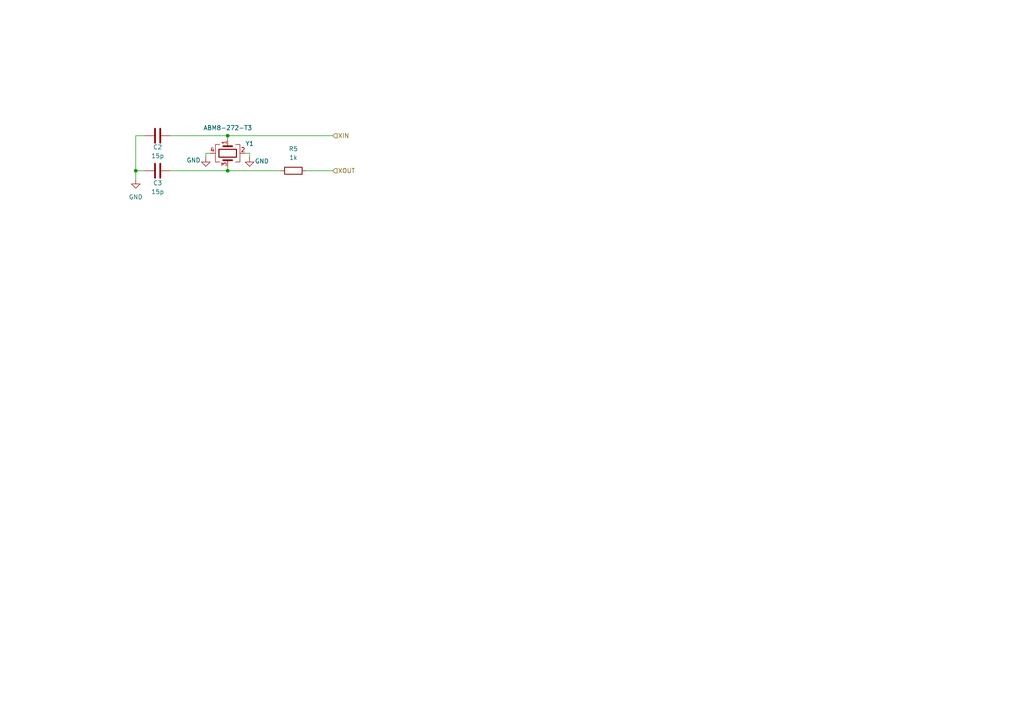
<source format=kicad_sch>
(kicad_sch
	(version 20250114)
	(generator "eeschema")
	(generator_version "9.0")
	(uuid "66dfc628-5eb6-4d74-be62-d873febf493b")
	(paper "A4")
	(lib_symbols
		(symbol "Device:C"
			(pin_numbers
				(hide yes)
			)
			(pin_names
				(offset 0.254)
			)
			(exclude_from_sim no)
			(in_bom yes)
			(on_board yes)
			(property "Reference" "C"
				(at 0.635 2.54 0)
				(effects
					(font
						(size 1.27 1.27)
					)
					(justify left)
				)
			)
			(property "Value" "C"
				(at 0.635 -2.54 0)
				(effects
					(font
						(size 1.27 1.27)
					)
					(justify left)
				)
			)
			(property "Footprint" ""
				(at 0.9652 -3.81 0)
				(effects
					(font
						(size 1.27 1.27)
					)
					(hide yes)
				)
			)
			(property "Datasheet" "~"
				(at 0 0 0)
				(effects
					(font
						(size 1.27 1.27)
					)
					(hide yes)
				)
			)
			(property "Description" "Unpolarized capacitor"
				(at 0 0 0)
				(effects
					(font
						(size 1.27 1.27)
					)
					(hide yes)
				)
			)
			(property "ki_keywords" "cap capacitor"
				(at 0 0 0)
				(effects
					(font
						(size 1.27 1.27)
					)
					(hide yes)
				)
			)
			(property "ki_fp_filters" "C_*"
				(at 0 0 0)
				(effects
					(font
						(size 1.27 1.27)
					)
					(hide yes)
				)
			)
			(symbol "C_0_1"
				(polyline
					(pts
						(xy -2.032 0.762) (xy 2.032 0.762)
					)
					(stroke
						(width 0.508)
						(type default)
					)
					(fill
						(type none)
					)
				)
				(polyline
					(pts
						(xy -2.032 -0.762) (xy 2.032 -0.762)
					)
					(stroke
						(width 0.508)
						(type default)
					)
					(fill
						(type none)
					)
				)
			)
			(symbol "C_1_1"
				(pin passive line
					(at 0 3.81 270)
					(length 2.794)
					(name "~"
						(effects
							(font
								(size 1.27 1.27)
							)
						)
					)
					(number "1"
						(effects
							(font
								(size 1.27 1.27)
							)
						)
					)
				)
				(pin passive line
					(at 0 -3.81 90)
					(length 2.794)
					(name "~"
						(effects
							(font
								(size 1.27 1.27)
							)
						)
					)
					(number "2"
						(effects
							(font
								(size 1.27 1.27)
							)
						)
					)
				)
			)
			(embedded_fonts no)
		)
		(symbol "Device:Crystal_GND24"
			(pin_names
				(offset 1.016)
				(hide yes)
			)
			(exclude_from_sim no)
			(in_bom yes)
			(on_board yes)
			(property "Reference" "Y"
				(at 3.175 5.08 0)
				(effects
					(font
						(size 1.27 1.27)
					)
					(justify left)
				)
			)
			(property "Value" "Crystal_GND24"
				(at 3.175 3.175 0)
				(effects
					(font
						(size 1.27 1.27)
					)
					(justify left)
				)
			)
			(property "Footprint" ""
				(at 0 0 0)
				(effects
					(font
						(size 1.27 1.27)
					)
					(hide yes)
				)
			)
			(property "Datasheet" "~"
				(at 0 0 0)
				(effects
					(font
						(size 1.27 1.27)
					)
					(hide yes)
				)
			)
			(property "Description" "Four pin crystal, GND on pins 2 and 4"
				(at 0 0 0)
				(effects
					(font
						(size 1.27 1.27)
					)
					(hide yes)
				)
			)
			(property "ki_keywords" "quartz ceramic resonator oscillator"
				(at 0 0 0)
				(effects
					(font
						(size 1.27 1.27)
					)
					(hide yes)
				)
			)
			(property "ki_fp_filters" "Crystal*"
				(at 0 0 0)
				(effects
					(font
						(size 1.27 1.27)
					)
					(hide yes)
				)
			)
			(symbol "Crystal_GND24_0_1"
				(polyline
					(pts
						(xy -2.54 2.286) (xy -2.54 3.556) (xy 2.54 3.556) (xy 2.54 2.286)
					)
					(stroke
						(width 0)
						(type default)
					)
					(fill
						(type none)
					)
				)
				(polyline
					(pts
						(xy -2.54 0) (xy -2.032 0)
					)
					(stroke
						(width 0)
						(type default)
					)
					(fill
						(type none)
					)
				)
				(polyline
					(pts
						(xy -2.54 -2.286) (xy -2.54 -3.556) (xy 2.54 -3.556) (xy 2.54 -2.286)
					)
					(stroke
						(width 0)
						(type default)
					)
					(fill
						(type none)
					)
				)
				(polyline
					(pts
						(xy -2.032 -1.27) (xy -2.032 1.27)
					)
					(stroke
						(width 0.508)
						(type default)
					)
					(fill
						(type none)
					)
				)
				(rectangle
					(start -1.143 2.54)
					(end 1.143 -2.54)
					(stroke
						(width 0.3048)
						(type default)
					)
					(fill
						(type none)
					)
				)
				(polyline
					(pts
						(xy 0 3.556) (xy 0 3.81)
					)
					(stroke
						(width 0)
						(type default)
					)
					(fill
						(type none)
					)
				)
				(polyline
					(pts
						(xy 0 -3.81) (xy 0 -3.556)
					)
					(stroke
						(width 0)
						(type default)
					)
					(fill
						(type none)
					)
				)
				(polyline
					(pts
						(xy 2.032 0) (xy 2.54 0)
					)
					(stroke
						(width 0)
						(type default)
					)
					(fill
						(type none)
					)
				)
				(polyline
					(pts
						(xy 2.032 -1.27) (xy 2.032 1.27)
					)
					(stroke
						(width 0.508)
						(type default)
					)
					(fill
						(type none)
					)
				)
			)
			(symbol "Crystal_GND24_1_1"
				(pin passive line
					(at -3.81 0 0)
					(length 1.27)
					(name "1"
						(effects
							(font
								(size 1.27 1.27)
							)
						)
					)
					(number "1"
						(effects
							(font
								(size 1.27 1.27)
							)
						)
					)
				)
				(pin passive line
					(at 0 5.08 270)
					(length 1.27)
					(name "2"
						(effects
							(font
								(size 1.27 1.27)
							)
						)
					)
					(number "2"
						(effects
							(font
								(size 1.27 1.27)
							)
						)
					)
				)
				(pin passive line
					(at 0 -5.08 90)
					(length 1.27)
					(name "4"
						(effects
							(font
								(size 1.27 1.27)
							)
						)
					)
					(number "4"
						(effects
							(font
								(size 1.27 1.27)
							)
						)
					)
				)
				(pin passive line
					(at 3.81 0 180)
					(length 1.27)
					(name "3"
						(effects
							(font
								(size 1.27 1.27)
							)
						)
					)
					(number "3"
						(effects
							(font
								(size 1.27 1.27)
							)
						)
					)
				)
			)
			(embedded_fonts no)
		)
		(symbol "Device:R"
			(pin_numbers
				(hide yes)
			)
			(pin_names
				(offset 0)
			)
			(exclude_from_sim no)
			(in_bom yes)
			(on_board yes)
			(property "Reference" "R"
				(at 2.032 0 90)
				(effects
					(font
						(size 1.27 1.27)
					)
				)
			)
			(property "Value" "R"
				(at 0 0 90)
				(effects
					(font
						(size 1.27 1.27)
					)
				)
			)
			(property "Footprint" ""
				(at -1.778 0 90)
				(effects
					(font
						(size 1.27 1.27)
					)
					(hide yes)
				)
			)
			(property "Datasheet" "~"
				(at 0 0 0)
				(effects
					(font
						(size 1.27 1.27)
					)
					(hide yes)
				)
			)
			(property "Description" "Resistor"
				(at 0 0 0)
				(effects
					(font
						(size 1.27 1.27)
					)
					(hide yes)
				)
			)
			(property "ki_keywords" "R res resistor"
				(at 0 0 0)
				(effects
					(font
						(size 1.27 1.27)
					)
					(hide yes)
				)
			)
			(property "ki_fp_filters" "R_*"
				(at 0 0 0)
				(effects
					(font
						(size 1.27 1.27)
					)
					(hide yes)
				)
			)
			(symbol "R_0_1"
				(rectangle
					(start -1.016 -2.54)
					(end 1.016 2.54)
					(stroke
						(width 0.254)
						(type default)
					)
					(fill
						(type none)
					)
				)
			)
			(symbol "R_1_1"
				(pin passive line
					(at 0 3.81 270)
					(length 1.27)
					(name "~"
						(effects
							(font
								(size 1.27 1.27)
							)
						)
					)
					(number "1"
						(effects
							(font
								(size 1.27 1.27)
							)
						)
					)
				)
				(pin passive line
					(at 0 -3.81 90)
					(length 1.27)
					(name "~"
						(effects
							(font
								(size 1.27 1.27)
							)
						)
					)
					(number "2"
						(effects
							(font
								(size 1.27 1.27)
							)
						)
					)
				)
			)
			(embedded_fonts no)
		)
		(symbol "power:GND"
			(power)
			(pin_numbers
				(hide yes)
			)
			(pin_names
				(offset 0)
				(hide yes)
			)
			(exclude_from_sim no)
			(in_bom yes)
			(on_board yes)
			(property "Reference" "#PWR"
				(at 0 -6.35 0)
				(effects
					(font
						(size 1.27 1.27)
					)
					(hide yes)
				)
			)
			(property "Value" "GND"
				(at 0 -3.81 0)
				(effects
					(font
						(size 1.27 1.27)
					)
				)
			)
			(property "Footprint" ""
				(at 0 0 0)
				(effects
					(font
						(size 1.27 1.27)
					)
					(hide yes)
				)
			)
			(property "Datasheet" ""
				(at 0 0 0)
				(effects
					(font
						(size 1.27 1.27)
					)
					(hide yes)
				)
			)
			(property "Description" "Power symbol creates a global label with name \"GND\" , ground"
				(at 0 0 0)
				(effects
					(font
						(size 1.27 1.27)
					)
					(hide yes)
				)
			)
			(property "ki_keywords" "global power"
				(at 0 0 0)
				(effects
					(font
						(size 1.27 1.27)
					)
					(hide yes)
				)
			)
			(symbol "GND_0_1"
				(polyline
					(pts
						(xy 0 0) (xy 0 -1.27) (xy 1.27 -1.27) (xy 0 -2.54) (xy -1.27 -1.27) (xy 0 -1.27)
					)
					(stroke
						(width 0)
						(type default)
					)
					(fill
						(type none)
					)
				)
			)
			(symbol "GND_1_1"
				(pin power_in line
					(at 0 0 270)
					(length 0)
					(name "~"
						(effects
							(font
								(size 1.27 1.27)
							)
						)
					)
					(number "1"
						(effects
							(font
								(size 1.27 1.27)
							)
						)
					)
				)
			)
			(embedded_fonts no)
		)
	)
	(junction
		(at 66.04 49.53)
		(diameter 0)
		(color 0 0 0 0)
		(uuid "1a62e60f-fd1e-46d3-9f8e-f02926ed22a3")
	)
	(junction
		(at 39.37 49.53)
		(diameter 0)
		(color 0 0 0 0)
		(uuid "4f1bb9b5-c593-4dad-b5b0-720aee7f0064")
	)
	(junction
		(at 66.04 39.37)
		(diameter 0)
		(color 0 0 0 0)
		(uuid "b87ac91e-a6fa-4d47-86e5-fd56bdec210c")
	)
	(wire
		(pts
			(xy 66.04 49.53) (xy 81.28 49.53)
		)
		(stroke
			(width 0)
			(type default)
		)
		(uuid "09b7bd49-2e64-4719-bc84-61564342e4c5")
	)
	(wire
		(pts
			(xy 49.53 49.53) (xy 66.04 49.53)
		)
		(stroke
			(width 0)
			(type default)
		)
		(uuid "10aeab6f-0e42-4476-8f28-43081b80ca7d")
	)
	(wire
		(pts
			(xy 66.04 40.64) (xy 66.04 39.37)
		)
		(stroke
			(width 0)
			(type default)
		)
		(uuid "315c4fa4-2bcf-4517-af4d-e0dad36f8880")
	)
	(wire
		(pts
			(xy 60.96 44.45) (xy 59.69 44.45)
		)
		(stroke
			(width 0)
			(type default)
		)
		(uuid "3f6410b5-ac5e-4644-9d49-282511737439")
	)
	(wire
		(pts
			(xy 59.69 44.45) (xy 59.69 45.72)
		)
		(stroke
			(width 0)
			(type default)
		)
		(uuid "5581cb22-8413-47eb-b6ec-b86fca26f722")
	)
	(wire
		(pts
			(xy 66.04 49.53) (xy 66.04 48.26)
		)
		(stroke
			(width 0)
			(type default)
		)
		(uuid "790b0579-c9ad-47f3-bdd4-fb3313fc2485")
	)
	(wire
		(pts
			(xy 88.9 49.53) (xy 96.52 49.53)
		)
		(stroke
			(width 0)
			(type default)
		)
		(uuid "7eec1203-deb2-4e9e-9e69-b85ed2078951")
	)
	(wire
		(pts
			(xy 39.37 49.53) (xy 41.91 49.53)
		)
		(stroke
			(width 0)
			(type default)
		)
		(uuid "8fb24d73-b132-4601-aad5-eb051a0d2ea9")
	)
	(wire
		(pts
			(xy 66.04 39.37) (xy 96.52 39.37)
		)
		(stroke
			(width 0)
			(type default)
		)
		(uuid "a75a1cca-3e11-492e-ab8a-b9fc3cc45d64")
	)
	(wire
		(pts
			(xy 39.37 39.37) (xy 39.37 49.53)
		)
		(stroke
			(width 0)
			(type default)
		)
		(uuid "bb370f35-446a-424c-9ec0-cea9957848a1")
	)
	(wire
		(pts
			(xy 71.12 44.45) (xy 72.39 44.45)
		)
		(stroke
			(width 0)
			(type default)
		)
		(uuid "bfa83683-02b2-45bc-b30d-7ac69979c09a")
	)
	(wire
		(pts
			(xy 41.91 39.37) (xy 39.37 39.37)
		)
		(stroke
			(width 0)
			(type default)
		)
		(uuid "c3a56a35-5756-495a-93ab-a8c159204e74")
	)
	(wire
		(pts
			(xy 39.37 49.53) (xy 39.37 52.07)
		)
		(stroke
			(width 0)
			(type default)
		)
		(uuid "cc55776e-868e-4297-a31a-1b21a91101aa")
	)
	(wire
		(pts
			(xy 49.53 39.37) (xy 66.04 39.37)
		)
		(stroke
			(width 0)
			(type default)
		)
		(uuid "eb8d7231-e9b5-4cda-83bb-5aa01891c0be")
	)
	(wire
		(pts
			(xy 72.39 44.45) (xy 72.39 45.72)
		)
		(stroke
			(width 0)
			(type default)
		)
		(uuid "ed988803-4ffe-4dec-ac5c-31dd3efa07ad")
	)
	(hierarchical_label "XIN"
		(shape input)
		(at 96.52 39.37 0)
		(effects
			(font
				(size 1.27 1.27)
			)
			(justify left)
		)
		(uuid "343a3d12-55ae-47e4-b8da-2443cf3e2c04")
	)
	(hierarchical_label "XOUT"
		(shape input)
		(at 96.52 49.53 0)
		(effects
			(font
				(size 1.27 1.27)
			)
			(justify left)
		)
		(uuid "f87c0fb5-9b06-4f36-8fe4-399fc7e65767")
	)
	(symbol
		(lib_id "power:GND")
		(at 72.39 45.72 0)
		(unit 1)
		(exclude_from_sim no)
		(in_bom yes)
		(on_board yes)
		(dnp no)
		(uuid "0fd83f27-1374-4e51-b974-93b4c8f726cc")
		(property "Reference" "#PWR018"
			(at 72.39 52.07 0)
			(effects
				(font
					(size 1.27 1.27)
				)
				(hide yes)
			)
		)
		(property "Value" "GND"
			(at 75.946 46.736 0)
			(effects
				(font
					(size 1.27 1.27)
				)
			)
		)
		(property "Footprint" ""
			(at 72.39 45.72 0)
			(effects
				(font
					(size 1.27 1.27)
				)
				(hide yes)
			)
		)
		(property "Datasheet" ""
			(at 72.39 45.72 0)
			(effects
				(font
					(size 1.27 1.27)
				)
				(hide yes)
			)
		)
		(property "Description" "Power symbol creates a global label with name \"GND\" , ground"
			(at 72.39 45.72 0)
			(effects
				(font
					(size 1.27 1.27)
				)
				(hide yes)
			)
		)
		(pin "1"
			(uuid "41eab6eb-6047-4c90-ac92-c3542a274a3c")
		)
		(instances
			(project ""
				(path "/86743b6b-fa0b-493b-8636-78970be18fa3/e162885b-72d9-4323-b897-6fc60bb3996c"
					(reference "#PWR018")
					(unit 1)
				)
			)
		)
	)
	(symbol
		(lib_id "power:GND")
		(at 59.69 45.72 0)
		(unit 1)
		(exclude_from_sim no)
		(in_bom yes)
		(on_board yes)
		(dnp no)
		(uuid "192074de-0959-417a-91e9-2cf04b9e5436")
		(property "Reference" "#PWR019"
			(at 59.69 52.07 0)
			(effects
				(font
					(size 1.27 1.27)
				)
				(hide yes)
			)
		)
		(property "Value" "GND"
			(at 56.134 46.482 0)
			(effects
				(font
					(size 1.27 1.27)
				)
			)
		)
		(property "Footprint" ""
			(at 59.69 45.72 0)
			(effects
				(font
					(size 1.27 1.27)
				)
				(hide yes)
			)
		)
		(property "Datasheet" ""
			(at 59.69 45.72 0)
			(effects
				(font
					(size 1.27 1.27)
				)
				(hide yes)
			)
		)
		(property "Description" "Power symbol creates a global label with name \"GND\" , ground"
			(at 59.69 45.72 0)
			(effects
				(font
					(size 1.27 1.27)
				)
				(hide yes)
			)
		)
		(pin "1"
			(uuid "5700a642-ce9b-4282-8ba1-beb8843ab63b")
		)
		(instances
			(project "picoStepper"
				(path "/86743b6b-fa0b-493b-8636-78970be18fa3/e162885b-72d9-4323-b897-6fc60bb3996c"
					(reference "#PWR019")
					(unit 1)
				)
			)
		)
	)
	(symbol
		(lib_id "Device:C")
		(at 45.72 49.53 90)
		(unit 1)
		(exclude_from_sim no)
		(in_bom yes)
		(on_board yes)
		(dnp no)
		(uuid "1d471169-7d29-4fed-8af4-c51ef275af20")
		(property "Reference" "C3"
			(at 45.72 53.086 90)
			(effects
				(font
					(size 1.27 1.27)
				)
			)
		)
		(property "Value" "15p"
			(at 45.72 55.626 90)
			(effects
				(font
					(size 1.27 1.27)
				)
			)
		)
		(property "Footprint" "Capacitor_SMD:C_0603_1608Metric_Pad1.08x0.95mm_HandSolder"
			(at 49.53 48.5648 0)
			(effects
				(font
					(size 1.27 1.27)
				)
				(hide yes)
			)
		)
		(property "Datasheet" "~"
			(at 45.72 49.53 0)
			(effects
				(font
					(size 1.27 1.27)
				)
				(hide yes)
			)
		)
		(property "Description" "Unpolarized capacitor"
			(at 45.72 49.53 0)
			(effects
				(font
					(size 1.27 1.27)
				)
				(hide yes)
			)
		)
		(pin "2"
			(uuid "170881ee-e7ff-4af3-8379-fbaebd7e6458")
		)
		(pin "1"
			(uuid "14d982ff-e8bc-4b33-beb5-df6920192b20")
		)
		(instances
			(project "picoStepper"
				(path "/86743b6b-fa0b-493b-8636-78970be18fa3/e162885b-72d9-4323-b897-6fc60bb3996c"
					(reference "C3")
					(unit 1)
				)
			)
		)
	)
	(symbol
		(lib_id "Device:Crystal_GND24")
		(at 66.04 44.45 270)
		(unit 1)
		(exclude_from_sim no)
		(in_bom yes)
		(on_board yes)
		(dnp no)
		(uuid "430964f1-6169-42d3-ac31-5031e55684a0")
		(property "Reference" "Y1"
			(at 72.39 41.656 90)
			(effects
				(font
					(size 1.27 1.27)
				)
			)
		)
		(property "Value" "ABM8-272-T3"
			(at 66.04 37.084 90)
			(effects
				(font
					(size 1.27 1.27)
				)
			)
		)
		(property "Footprint" "Crystal:Crystal_SMD_Abracon_ABM8G-4Pin_3.2x2.5mm"
			(at 66.04 44.45 0)
			(effects
				(font
					(size 1.27 1.27)
				)
				(hide yes)
			)
		)
		(property "Datasheet" "~"
			(at 66.04 44.45 0)
			(effects
				(font
					(size 1.27 1.27)
				)
				(hide yes)
			)
		)
		(property "Description" "Four pin crystal, GND on pins 2 and 4"
			(at 66.04 44.45 0)
			(effects
				(font
					(size 1.27 1.27)
				)
				(hide yes)
			)
		)
		(pin "1"
			(uuid "7408ce14-cb73-407c-83a8-9483a59236c1")
		)
		(pin "2"
			(uuid "13d2e93e-d6c7-47ac-a4b9-6698943d9c1c")
		)
		(pin "4"
			(uuid "fa6fd5e7-17cf-47cb-b494-5ee8de3f09b6")
		)
		(pin "3"
			(uuid "82bde3f6-f3aa-4849-b272-088093032590")
		)
		(instances
			(project ""
				(path "/86743b6b-fa0b-493b-8636-78970be18fa3/e162885b-72d9-4323-b897-6fc60bb3996c"
					(reference "Y1")
					(unit 1)
				)
			)
		)
	)
	(symbol
		(lib_id "Device:R")
		(at 85.09 49.53 90)
		(unit 1)
		(exclude_from_sim no)
		(in_bom yes)
		(on_board yes)
		(dnp no)
		(fields_autoplaced yes)
		(uuid "87bdf611-bb23-4d62-8e7d-9aec1df84ce2")
		(property "Reference" "R5"
			(at 85.09 43.18 90)
			(effects
				(font
					(size 1.27 1.27)
				)
			)
		)
		(property "Value" "1k"
			(at 85.09 45.72 90)
			(effects
				(font
					(size 1.27 1.27)
				)
			)
		)
		(property "Footprint" "Resistor_SMD:R_0603_1608Metric_Pad0.98x0.95mm_HandSolder"
			(at 85.09 51.308 90)
			(effects
				(font
					(size 1.27 1.27)
				)
				(hide yes)
			)
		)
		(property "Datasheet" "~"
			(at 85.09 49.53 0)
			(effects
				(font
					(size 1.27 1.27)
				)
				(hide yes)
			)
		)
		(property "Description" "Resistor"
			(at 85.09 49.53 0)
			(effects
				(font
					(size 1.27 1.27)
				)
				(hide yes)
			)
		)
		(pin "2"
			(uuid "0998b164-298b-40f6-9f61-45b21a36137e")
		)
		(pin "1"
			(uuid "bdb65ea8-a8d8-4c48-93d3-2cec56e43281")
		)
		(instances
			(project ""
				(path "/86743b6b-fa0b-493b-8636-78970be18fa3/e162885b-72d9-4323-b897-6fc60bb3996c"
					(reference "R5")
					(unit 1)
				)
			)
		)
	)
	(symbol
		(lib_id "power:GND")
		(at 39.37 52.07 0)
		(unit 1)
		(exclude_from_sim no)
		(in_bom yes)
		(on_board yes)
		(dnp no)
		(fields_autoplaced yes)
		(uuid "92981f32-affe-4bf7-9f05-bb0d39a96587")
		(property "Reference" "#PWR020"
			(at 39.37 58.42 0)
			(effects
				(font
					(size 1.27 1.27)
				)
				(hide yes)
			)
		)
		(property "Value" "GND"
			(at 39.37 57.15 0)
			(effects
				(font
					(size 1.27 1.27)
				)
			)
		)
		(property "Footprint" ""
			(at 39.37 52.07 0)
			(effects
				(font
					(size 1.27 1.27)
				)
				(hide yes)
			)
		)
		(property "Datasheet" ""
			(at 39.37 52.07 0)
			(effects
				(font
					(size 1.27 1.27)
				)
				(hide yes)
			)
		)
		(property "Description" "Power symbol creates a global label with name \"GND\" , ground"
			(at 39.37 52.07 0)
			(effects
				(font
					(size 1.27 1.27)
				)
				(hide yes)
			)
		)
		(pin "1"
			(uuid "e8693f22-ee0b-47d5-aea6-2023ca7a7c87")
		)
		(instances
			(project ""
				(path "/86743b6b-fa0b-493b-8636-78970be18fa3/e162885b-72d9-4323-b897-6fc60bb3996c"
					(reference "#PWR020")
					(unit 1)
				)
			)
		)
	)
	(symbol
		(lib_id "Device:C")
		(at 45.72 39.37 90)
		(unit 1)
		(exclude_from_sim no)
		(in_bom yes)
		(on_board yes)
		(dnp no)
		(uuid "af372eb8-45a8-4bb7-9b3f-03f269bd907a")
		(property "Reference" "C2"
			(at 45.72 42.672 90)
			(effects
				(font
					(size 1.27 1.27)
				)
			)
		)
		(property "Value" "15p"
			(at 45.72 45.212 90)
			(effects
				(font
					(size 1.27 1.27)
				)
			)
		)
		(property "Footprint" "Capacitor_SMD:C_0603_1608Metric_Pad1.08x0.95mm_HandSolder"
			(at 49.53 38.4048 0)
			(effects
				(font
					(size 1.27 1.27)
				)
				(hide yes)
			)
		)
		(property "Datasheet" "~"
			(at 45.72 39.37 0)
			(effects
				(font
					(size 1.27 1.27)
				)
				(hide yes)
			)
		)
		(property "Description" "Unpolarized capacitor"
			(at 45.72 39.37 0)
			(effects
				(font
					(size 1.27 1.27)
				)
				(hide yes)
			)
		)
		(pin "2"
			(uuid "567c4776-0c31-4a44-b8c2-33dcde2aa60d")
		)
		(pin "1"
			(uuid "0bbfee25-6ba7-45d2-818b-700c419ef52e")
		)
		(instances
			(project ""
				(path "/86743b6b-fa0b-493b-8636-78970be18fa3/e162885b-72d9-4323-b897-6fc60bb3996c"
					(reference "C2")
					(unit 1)
				)
			)
		)
	)
)

</source>
